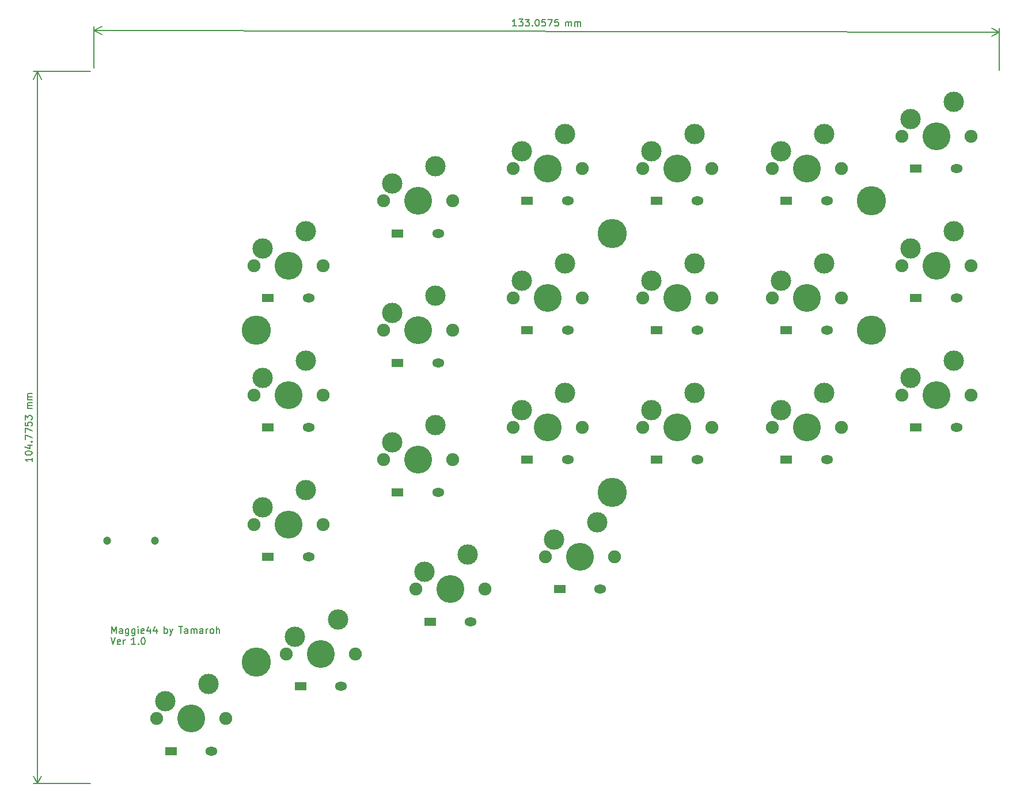
<source format=gts>
%TF.GenerationSoftware,KiCad,Pcbnew,(7.0.0)*%
%TF.CreationDate,2023-04-23T19:00:17+09:00*%
%TF.ProjectId,pcb_r,7063625f-722e-46b6-9963-61645f706362,rev?*%
%TF.SameCoordinates,Original*%
%TF.FileFunction,Soldermask,Top*%
%TF.FilePolarity,Negative*%
%FSLAX46Y46*%
G04 Gerber Fmt 4.6, Leading zero omitted, Abs format (unit mm)*
G04 Created by KiCad (PCBNEW (7.0.0)) date 2023-04-23 19:00:17*
%MOMM*%
%LPD*%
G01*
G04 APERTURE LIST*
%ADD10C,0.150000*%
%ADD11C,1.900000*%
%ADD12C,3.000000*%
%ADD13C,4.100000*%
%ADD14C,4.300000*%
%ADD15C,1.200000*%
%ADD16R,1.778000X1.300000*%
%ADD17O,1.778000X1.300000*%
G04 APERTURE END LIST*
D10*
X138520505Y-78261760D02*
X138520505Y-78833188D01*
X138520505Y-78547474D02*
X137520505Y-78547474D01*
X137520505Y-78547474D02*
X137663363Y-78642712D01*
X137663363Y-78642712D02*
X137758601Y-78737950D01*
X137758601Y-78737950D02*
X137806220Y-78833188D01*
X137520505Y-77642712D02*
X137520505Y-77547474D01*
X137520505Y-77547474D02*
X137568125Y-77452236D01*
X137568125Y-77452236D02*
X137615744Y-77404617D01*
X137615744Y-77404617D02*
X137710982Y-77356998D01*
X137710982Y-77356998D02*
X137901458Y-77309379D01*
X137901458Y-77309379D02*
X138139553Y-77309379D01*
X138139553Y-77309379D02*
X138330029Y-77356998D01*
X138330029Y-77356998D02*
X138425267Y-77404617D01*
X138425267Y-77404617D02*
X138472886Y-77452236D01*
X138472886Y-77452236D02*
X138520505Y-77547474D01*
X138520505Y-77547474D02*
X138520505Y-77642712D01*
X138520505Y-77642712D02*
X138472886Y-77737950D01*
X138472886Y-77737950D02*
X138425267Y-77785569D01*
X138425267Y-77785569D02*
X138330029Y-77833188D01*
X138330029Y-77833188D02*
X138139553Y-77880807D01*
X138139553Y-77880807D02*
X137901458Y-77880807D01*
X137901458Y-77880807D02*
X137710982Y-77833188D01*
X137710982Y-77833188D02*
X137615744Y-77785569D01*
X137615744Y-77785569D02*
X137568125Y-77737950D01*
X137568125Y-77737950D02*
X137520505Y-77642712D01*
X137853839Y-76452236D02*
X138520505Y-76452236D01*
X137472886Y-76690331D02*
X138187172Y-76928426D01*
X138187172Y-76928426D02*
X138187172Y-76309379D01*
X138425267Y-75928426D02*
X138472886Y-75880807D01*
X138472886Y-75880807D02*
X138520505Y-75928426D01*
X138520505Y-75928426D02*
X138472886Y-75976045D01*
X138472886Y-75976045D02*
X138425267Y-75928426D01*
X138425267Y-75928426D02*
X138520505Y-75928426D01*
X137520505Y-75547474D02*
X137520505Y-74880808D01*
X137520505Y-74880808D02*
X138520505Y-75309379D01*
X137520505Y-74595093D02*
X137520505Y-73928427D01*
X137520505Y-73928427D02*
X138520505Y-74356998D01*
X137520505Y-73071284D02*
X137520505Y-73547474D01*
X137520505Y-73547474D02*
X137996696Y-73595093D01*
X137996696Y-73595093D02*
X137949077Y-73547474D01*
X137949077Y-73547474D02*
X137901458Y-73452236D01*
X137901458Y-73452236D02*
X137901458Y-73214141D01*
X137901458Y-73214141D02*
X137949077Y-73118903D01*
X137949077Y-73118903D02*
X137996696Y-73071284D01*
X137996696Y-73071284D02*
X138091934Y-73023665D01*
X138091934Y-73023665D02*
X138330029Y-73023665D01*
X138330029Y-73023665D02*
X138425267Y-73071284D01*
X138425267Y-73071284D02*
X138472886Y-73118903D01*
X138472886Y-73118903D02*
X138520505Y-73214141D01*
X138520505Y-73214141D02*
X138520505Y-73452236D01*
X138520505Y-73452236D02*
X138472886Y-73547474D01*
X138472886Y-73547474D02*
X138425267Y-73595093D01*
X137520505Y-72690331D02*
X137520505Y-72071284D01*
X137520505Y-72071284D02*
X137901458Y-72404617D01*
X137901458Y-72404617D02*
X137901458Y-72261760D01*
X137901458Y-72261760D02*
X137949077Y-72166522D01*
X137949077Y-72166522D02*
X137996696Y-72118903D01*
X137996696Y-72118903D02*
X138091934Y-72071284D01*
X138091934Y-72071284D02*
X138330029Y-72071284D01*
X138330029Y-72071284D02*
X138425267Y-72118903D01*
X138425267Y-72118903D02*
X138472886Y-72166522D01*
X138472886Y-72166522D02*
X138520505Y-72261760D01*
X138520505Y-72261760D02*
X138520505Y-72547474D01*
X138520505Y-72547474D02*
X138472886Y-72642712D01*
X138472886Y-72642712D02*
X138425267Y-72690331D01*
X138520505Y-71042712D02*
X137853839Y-71042712D01*
X137949077Y-71042712D02*
X137901458Y-70995093D01*
X137901458Y-70995093D02*
X137853839Y-70899855D01*
X137853839Y-70899855D02*
X137853839Y-70756998D01*
X137853839Y-70756998D02*
X137901458Y-70661760D01*
X137901458Y-70661760D02*
X137996696Y-70614141D01*
X137996696Y-70614141D02*
X138520505Y-70614141D01*
X137996696Y-70614141D02*
X137901458Y-70566522D01*
X137901458Y-70566522D02*
X137853839Y-70471284D01*
X137853839Y-70471284D02*
X137853839Y-70328427D01*
X137853839Y-70328427D02*
X137901458Y-70233188D01*
X137901458Y-70233188D02*
X137996696Y-70185569D01*
X137996696Y-70185569D02*
X138520505Y-70185569D01*
X138520505Y-69709379D02*
X137853839Y-69709379D01*
X137949077Y-69709379D02*
X137901458Y-69661760D01*
X137901458Y-69661760D02*
X137853839Y-69566522D01*
X137853839Y-69566522D02*
X137853839Y-69423665D01*
X137853839Y-69423665D02*
X137901458Y-69328427D01*
X137901458Y-69328427D02*
X137996696Y-69280808D01*
X137996696Y-69280808D02*
X138520505Y-69280808D01*
X137996696Y-69280808D02*
X137901458Y-69233189D01*
X137901458Y-69233189D02*
X137853839Y-69137951D01*
X137853839Y-69137951D02*
X137853839Y-68995094D01*
X137853839Y-68995094D02*
X137901458Y-68899855D01*
X137901458Y-68899855D02*
X137996696Y-68852236D01*
X137996696Y-68852236D02*
X138520505Y-68852236D01*
X147138043Y-21431250D02*
X138716705Y-21431250D01*
X147138043Y-126206557D02*
X138716705Y-126206557D01*
X139303125Y-21431250D02*
X139303125Y-126206557D01*
X139303125Y-21431250D02*
X139303125Y-126206557D01*
X139303125Y-21431250D02*
X139889546Y-22557754D01*
X139303125Y-21431250D02*
X138716704Y-22557754D01*
X139303125Y-126206557D02*
X138716704Y-125080053D01*
X139303125Y-126206557D02*
X139889546Y-125080053D01*
X209738818Y-14737081D02*
X209167391Y-14735824D01*
X209453105Y-14736453D02*
X209455306Y-13736455D01*
X209455306Y-13736455D02*
X209359754Y-13879102D01*
X209359754Y-13879102D02*
X209264306Y-13974130D01*
X209264306Y-13974130D02*
X209168963Y-14021540D01*
X210074352Y-13737818D02*
X210693398Y-13739180D01*
X210693398Y-13739180D02*
X210359227Y-14119398D01*
X210359227Y-14119398D02*
X210502084Y-14119712D01*
X210502084Y-14119712D02*
X210597217Y-14167541D01*
X210597217Y-14167541D02*
X210644731Y-14215265D01*
X210644731Y-14215265D02*
X210692140Y-14310607D01*
X210692140Y-14310607D02*
X210691616Y-14548702D01*
X210691616Y-14548702D02*
X210643788Y-14643835D01*
X210643788Y-14643835D02*
X210596064Y-14691349D01*
X210596064Y-14691349D02*
X210500721Y-14738758D01*
X210500721Y-14738758D02*
X210215008Y-14738130D01*
X210215008Y-14738130D02*
X210119875Y-14690301D01*
X210119875Y-14690301D02*
X210072361Y-14642577D01*
X211026731Y-13739914D02*
X211645777Y-13741276D01*
X211645777Y-13741276D02*
X211311606Y-14121494D01*
X211311606Y-14121494D02*
X211454463Y-14121809D01*
X211454463Y-14121809D02*
X211549596Y-14169637D01*
X211549596Y-14169637D02*
X211597110Y-14217361D01*
X211597110Y-14217361D02*
X211644519Y-14312704D01*
X211644519Y-14312704D02*
X211643995Y-14550798D01*
X211643995Y-14550798D02*
X211596166Y-14645931D01*
X211596166Y-14645931D02*
X211548443Y-14693445D01*
X211548443Y-14693445D02*
X211453100Y-14740855D01*
X211453100Y-14740855D02*
X211167386Y-14740226D01*
X211167386Y-14740226D02*
X211072253Y-14692397D01*
X211072253Y-14692397D02*
X211024739Y-14644674D01*
X212072356Y-14646979D02*
X212119870Y-14694703D01*
X212119870Y-14694703D02*
X212072146Y-14742217D01*
X212072146Y-14742217D02*
X212024632Y-14694494D01*
X212024632Y-14694494D02*
X212072356Y-14646979D01*
X212072356Y-14646979D02*
X212072146Y-14742217D01*
X212741012Y-13743687D02*
X212836250Y-13743897D01*
X212836250Y-13743897D02*
X212931383Y-13791725D01*
X212931383Y-13791725D02*
X212978897Y-13839449D01*
X212978897Y-13839449D02*
X213026306Y-13934792D01*
X213026306Y-13934792D02*
X213073506Y-14125372D01*
X213073506Y-14125372D02*
X213072982Y-14363467D01*
X213072982Y-14363467D02*
X213024944Y-14553838D01*
X213024944Y-14553838D02*
X212977115Y-14648971D01*
X212977115Y-14648971D02*
X212929391Y-14696485D01*
X212929391Y-14696485D02*
X212834049Y-14743894D01*
X212834049Y-14743894D02*
X212738811Y-14743685D01*
X212738811Y-14743685D02*
X212643678Y-14695856D01*
X212643678Y-14695856D02*
X212596164Y-14648132D01*
X212596164Y-14648132D02*
X212548754Y-14552790D01*
X212548754Y-14552790D02*
X212501555Y-14362209D01*
X212501555Y-14362209D02*
X212502079Y-14124115D01*
X212502079Y-14124115D02*
X212550117Y-13933744D01*
X212550117Y-13933744D02*
X212597945Y-13838611D01*
X212597945Y-13838611D02*
X212645669Y-13791096D01*
X212645669Y-13791096D02*
X212741012Y-13743687D01*
X213979104Y-13746412D02*
X213502915Y-13745364D01*
X213502915Y-13745364D02*
X213454248Y-14221449D01*
X213454248Y-14221449D02*
X213501972Y-14173935D01*
X213501972Y-14173935D02*
X213597314Y-14126525D01*
X213597314Y-14126525D02*
X213835409Y-14127049D01*
X213835409Y-14127049D02*
X213930542Y-14174878D01*
X213930542Y-14174878D02*
X213978056Y-14222602D01*
X213978056Y-14222602D02*
X214025465Y-14317944D01*
X214025465Y-14317944D02*
X214024941Y-14556039D01*
X214024941Y-14556039D02*
X213977113Y-14651172D01*
X213977113Y-14651172D02*
X213929389Y-14698686D01*
X213929389Y-14698686D02*
X213834046Y-14746095D01*
X213834046Y-14746095D02*
X213595952Y-14745571D01*
X213595952Y-14745571D02*
X213500819Y-14697743D01*
X213500819Y-14697743D02*
X213453304Y-14650019D01*
X214360056Y-13747251D02*
X215026721Y-13748718D01*
X215026721Y-13748718D02*
X214595949Y-14747772D01*
X215883862Y-13750605D02*
X215407672Y-13749557D01*
X215407672Y-13749557D02*
X215359005Y-14225641D01*
X215359005Y-14225641D02*
X215406729Y-14178127D01*
X215406729Y-14178127D02*
X215502072Y-14130718D01*
X215502072Y-14130718D02*
X215740166Y-14131242D01*
X215740166Y-14131242D02*
X215835299Y-14179070D01*
X215835299Y-14179070D02*
X215882813Y-14226794D01*
X215882813Y-14226794D02*
X215930223Y-14322137D01*
X215930223Y-14322137D02*
X215929699Y-14560231D01*
X215929699Y-14560231D02*
X215881870Y-14655365D01*
X215881870Y-14655365D02*
X215834146Y-14702879D01*
X215834146Y-14702879D02*
X215738804Y-14750288D01*
X215738804Y-14750288D02*
X215500709Y-14749764D01*
X215500709Y-14749764D02*
X215405576Y-14701935D01*
X215405576Y-14701935D02*
X215358062Y-14654212D01*
X216957848Y-14752971D02*
X216959316Y-14086306D01*
X216959106Y-14181544D02*
X217006830Y-14134030D01*
X217006830Y-14134030D02*
X217102173Y-14086621D01*
X217102173Y-14086621D02*
X217245029Y-14086935D01*
X217245029Y-14086935D02*
X217340162Y-14134764D01*
X217340162Y-14134764D02*
X217387572Y-14230106D01*
X217387572Y-14230106D02*
X217386419Y-14753914D01*
X217387572Y-14230106D02*
X217435400Y-14134973D01*
X217435400Y-14134973D02*
X217530743Y-14087564D01*
X217530743Y-14087564D02*
X217673600Y-14087878D01*
X217673600Y-14087878D02*
X217768733Y-14135707D01*
X217768733Y-14135707D02*
X217816142Y-14231050D01*
X217816142Y-14231050D02*
X217814989Y-14754858D01*
X218291178Y-14755906D02*
X218292646Y-14089241D01*
X218292436Y-14184479D02*
X218340160Y-14136965D01*
X218340160Y-14136965D02*
X218435502Y-14089555D01*
X218435502Y-14089555D02*
X218578359Y-14089870D01*
X218578359Y-14089870D02*
X218673492Y-14137698D01*
X218673492Y-14137698D02*
X218720901Y-14233041D01*
X218720901Y-14233041D02*
X218719749Y-14756849D01*
X218720901Y-14233041D02*
X218768730Y-14137908D01*
X218768730Y-14137908D02*
X218864073Y-14090499D01*
X218864073Y-14090499D02*
X219006930Y-14090813D01*
X219006930Y-14090813D02*
X219102063Y-14138642D01*
X219102063Y-14138642D02*
X219149472Y-14233984D01*
X219149472Y-14233984D02*
X219148319Y-14757793D01*
X147639144Y-20931251D02*
X147652647Y-14796624D01*
X280696316Y-21224121D02*
X280709819Y-15089494D01*
X147651356Y-15383043D02*
X280708528Y-15675913D01*
X147651356Y-15383043D02*
X280708528Y-15675913D01*
X147651356Y-15383043D02*
X148779148Y-14799103D01*
X147651356Y-15383043D02*
X148776566Y-15971942D01*
X280708528Y-15675913D02*
X279580736Y-16259853D01*
X280708528Y-15675913D02*
X279583318Y-15087014D01*
X150256845Y-104128005D02*
X150256845Y-103128005D01*
X150256845Y-103128005D02*
X150590178Y-103842291D01*
X150590178Y-103842291D02*
X150923511Y-103128005D01*
X150923511Y-103128005D02*
X150923511Y-104128005D01*
X151828273Y-104128005D02*
X151828273Y-103604196D01*
X151828273Y-103604196D02*
X151780654Y-103508958D01*
X151780654Y-103508958D02*
X151685416Y-103461339D01*
X151685416Y-103461339D02*
X151494940Y-103461339D01*
X151494940Y-103461339D02*
X151399702Y-103508958D01*
X151828273Y-104080386D02*
X151733035Y-104128005D01*
X151733035Y-104128005D02*
X151494940Y-104128005D01*
X151494940Y-104128005D02*
X151399702Y-104080386D01*
X151399702Y-104080386D02*
X151352083Y-103985148D01*
X151352083Y-103985148D02*
X151352083Y-103889910D01*
X151352083Y-103889910D02*
X151399702Y-103794672D01*
X151399702Y-103794672D02*
X151494940Y-103747053D01*
X151494940Y-103747053D02*
X151733035Y-103747053D01*
X151733035Y-103747053D02*
X151828273Y-103699434D01*
X152733035Y-103461339D02*
X152733035Y-104270863D01*
X152733035Y-104270863D02*
X152685416Y-104366101D01*
X152685416Y-104366101D02*
X152637797Y-104413720D01*
X152637797Y-104413720D02*
X152542559Y-104461339D01*
X152542559Y-104461339D02*
X152399702Y-104461339D01*
X152399702Y-104461339D02*
X152304464Y-104413720D01*
X152733035Y-104080386D02*
X152637797Y-104128005D01*
X152637797Y-104128005D02*
X152447321Y-104128005D01*
X152447321Y-104128005D02*
X152352083Y-104080386D01*
X152352083Y-104080386D02*
X152304464Y-104032767D01*
X152304464Y-104032767D02*
X152256845Y-103937529D01*
X152256845Y-103937529D02*
X152256845Y-103651815D01*
X152256845Y-103651815D02*
X152304464Y-103556577D01*
X152304464Y-103556577D02*
X152352083Y-103508958D01*
X152352083Y-103508958D02*
X152447321Y-103461339D01*
X152447321Y-103461339D02*
X152637797Y-103461339D01*
X152637797Y-103461339D02*
X152733035Y-103508958D01*
X153637797Y-103461339D02*
X153637797Y-104270863D01*
X153637797Y-104270863D02*
X153590178Y-104366101D01*
X153590178Y-104366101D02*
X153542559Y-104413720D01*
X153542559Y-104413720D02*
X153447321Y-104461339D01*
X153447321Y-104461339D02*
X153304464Y-104461339D01*
X153304464Y-104461339D02*
X153209226Y-104413720D01*
X153637797Y-104080386D02*
X153542559Y-104128005D01*
X153542559Y-104128005D02*
X153352083Y-104128005D01*
X153352083Y-104128005D02*
X153256845Y-104080386D01*
X153256845Y-104080386D02*
X153209226Y-104032767D01*
X153209226Y-104032767D02*
X153161607Y-103937529D01*
X153161607Y-103937529D02*
X153161607Y-103651815D01*
X153161607Y-103651815D02*
X153209226Y-103556577D01*
X153209226Y-103556577D02*
X153256845Y-103508958D01*
X153256845Y-103508958D02*
X153352083Y-103461339D01*
X153352083Y-103461339D02*
X153542559Y-103461339D01*
X153542559Y-103461339D02*
X153637797Y-103508958D01*
X154113988Y-104128005D02*
X154113988Y-103461339D01*
X154113988Y-103128005D02*
X154066369Y-103175625D01*
X154066369Y-103175625D02*
X154113988Y-103223244D01*
X154113988Y-103223244D02*
X154161607Y-103175625D01*
X154161607Y-103175625D02*
X154113988Y-103128005D01*
X154113988Y-103128005D02*
X154113988Y-103223244D01*
X154971130Y-104080386D02*
X154875892Y-104128005D01*
X154875892Y-104128005D02*
X154685416Y-104128005D01*
X154685416Y-104128005D02*
X154590178Y-104080386D01*
X154590178Y-104080386D02*
X154542559Y-103985148D01*
X154542559Y-103985148D02*
X154542559Y-103604196D01*
X154542559Y-103604196D02*
X154590178Y-103508958D01*
X154590178Y-103508958D02*
X154685416Y-103461339D01*
X154685416Y-103461339D02*
X154875892Y-103461339D01*
X154875892Y-103461339D02*
X154971130Y-103508958D01*
X154971130Y-103508958D02*
X155018749Y-103604196D01*
X155018749Y-103604196D02*
X155018749Y-103699434D01*
X155018749Y-103699434D02*
X154542559Y-103794672D01*
X155875892Y-103461339D02*
X155875892Y-104128005D01*
X155637797Y-103080386D02*
X155399702Y-103794672D01*
X155399702Y-103794672D02*
X156018749Y-103794672D01*
X156828273Y-103461339D02*
X156828273Y-104128005D01*
X156590178Y-103080386D02*
X156352083Y-103794672D01*
X156352083Y-103794672D02*
X156971130Y-103794672D01*
X157952083Y-104128005D02*
X157952083Y-103128005D01*
X157952083Y-103508958D02*
X158047321Y-103461339D01*
X158047321Y-103461339D02*
X158237797Y-103461339D01*
X158237797Y-103461339D02*
X158333035Y-103508958D01*
X158333035Y-103508958D02*
X158380654Y-103556577D01*
X158380654Y-103556577D02*
X158428273Y-103651815D01*
X158428273Y-103651815D02*
X158428273Y-103937529D01*
X158428273Y-103937529D02*
X158380654Y-104032767D01*
X158380654Y-104032767D02*
X158333035Y-104080386D01*
X158333035Y-104080386D02*
X158237797Y-104128005D01*
X158237797Y-104128005D02*
X158047321Y-104128005D01*
X158047321Y-104128005D02*
X157952083Y-104080386D01*
X158761607Y-103461339D02*
X158999702Y-104128005D01*
X159237797Y-103461339D02*
X158999702Y-104128005D01*
X158999702Y-104128005D02*
X158904464Y-104366101D01*
X158904464Y-104366101D02*
X158856845Y-104413720D01*
X158856845Y-104413720D02*
X158761607Y-104461339D01*
X160075893Y-103128005D02*
X160647321Y-103128005D01*
X160361607Y-104128005D02*
X160361607Y-103128005D01*
X161409226Y-104128005D02*
X161409226Y-103604196D01*
X161409226Y-103604196D02*
X161361607Y-103508958D01*
X161361607Y-103508958D02*
X161266369Y-103461339D01*
X161266369Y-103461339D02*
X161075893Y-103461339D01*
X161075893Y-103461339D02*
X160980655Y-103508958D01*
X161409226Y-104080386D02*
X161313988Y-104128005D01*
X161313988Y-104128005D02*
X161075893Y-104128005D01*
X161075893Y-104128005D02*
X160980655Y-104080386D01*
X160980655Y-104080386D02*
X160933036Y-103985148D01*
X160933036Y-103985148D02*
X160933036Y-103889910D01*
X160933036Y-103889910D02*
X160980655Y-103794672D01*
X160980655Y-103794672D02*
X161075893Y-103747053D01*
X161075893Y-103747053D02*
X161313988Y-103747053D01*
X161313988Y-103747053D02*
X161409226Y-103699434D01*
X161885417Y-104128005D02*
X161885417Y-103461339D01*
X161885417Y-103556577D02*
X161933036Y-103508958D01*
X161933036Y-103508958D02*
X162028274Y-103461339D01*
X162028274Y-103461339D02*
X162171131Y-103461339D01*
X162171131Y-103461339D02*
X162266369Y-103508958D01*
X162266369Y-103508958D02*
X162313988Y-103604196D01*
X162313988Y-103604196D02*
X162313988Y-104128005D01*
X162313988Y-103604196D02*
X162361607Y-103508958D01*
X162361607Y-103508958D02*
X162456845Y-103461339D01*
X162456845Y-103461339D02*
X162599702Y-103461339D01*
X162599702Y-103461339D02*
X162694941Y-103508958D01*
X162694941Y-103508958D02*
X162742560Y-103604196D01*
X162742560Y-103604196D02*
X162742560Y-104128005D01*
X163647321Y-104128005D02*
X163647321Y-103604196D01*
X163647321Y-103604196D02*
X163599702Y-103508958D01*
X163599702Y-103508958D02*
X163504464Y-103461339D01*
X163504464Y-103461339D02*
X163313988Y-103461339D01*
X163313988Y-103461339D02*
X163218750Y-103508958D01*
X163647321Y-104080386D02*
X163552083Y-104128005D01*
X163552083Y-104128005D02*
X163313988Y-104128005D01*
X163313988Y-104128005D02*
X163218750Y-104080386D01*
X163218750Y-104080386D02*
X163171131Y-103985148D01*
X163171131Y-103985148D02*
X163171131Y-103889910D01*
X163171131Y-103889910D02*
X163218750Y-103794672D01*
X163218750Y-103794672D02*
X163313988Y-103747053D01*
X163313988Y-103747053D02*
X163552083Y-103747053D01*
X163552083Y-103747053D02*
X163647321Y-103699434D01*
X164123512Y-104128005D02*
X164123512Y-103461339D01*
X164123512Y-103651815D02*
X164171131Y-103556577D01*
X164171131Y-103556577D02*
X164218750Y-103508958D01*
X164218750Y-103508958D02*
X164313988Y-103461339D01*
X164313988Y-103461339D02*
X164409226Y-103461339D01*
X164885417Y-104128005D02*
X164790179Y-104080386D01*
X164790179Y-104080386D02*
X164742560Y-104032767D01*
X164742560Y-104032767D02*
X164694941Y-103937529D01*
X164694941Y-103937529D02*
X164694941Y-103651815D01*
X164694941Y-103651815D02*
X164742560Y-103556577D01*
X164742560Y-103556577D02*
X164790179Y-103508958D01*
X164790179Y-103508958D02*
X164885417Y-103461339D01*
X164885417Y-103461339D02*
X165028274Y-103461339D01*
X165028274Y-103461339D02*
X165123512Y-103508958D01*
X165123512Y-103508958D02*
X165171131Y-103556577D01*
X165171131Y-103556577D02*
X165218750Y-103651815D01*
X165218750Y-103651815D02*
X165218750Y-103937529D01*
X165218750Y-103937529D02*
X165171131Y-104032767D01*
X165171131Y-104032767D02*
X165123512Y-104080386D01*
X165123512Y-104080386D02*
X165028274Y-104128005D01*
X165028274Y-104128005D02*
X164885417Y-104128005D01*
X165647322Y-104128005D02*
X165647322Y-103128005D01*
X166075893Y-104128005D02*
X166075893Y-103604196D01*
X166075893Y-103604196D02*
X166028274Y-103508958D01*
X166028274Y-103508958D02*
X165933036Y-103461339D01*
X165933036Y-103461339D02*
X165790179Y-103461339D01*
X165790179Y-103461339D02*
X165694941Y-103508958D01*
X165694941Y-103508958D02*
X165647322Y-103556577D01*
X150113988Y-104748005D02*
X150447321Y-105748005D01*
X150447321Y-105748005D02*
X150780654Y-104748005D01*
X151494940Y-105700386D02*
X151399702Y-105748005D01*
X151399702Y-105748005D02*
X151209226Y-105748005D01*
X151209226Y-105748005D02*
X151113988Y-105700386D01*
X151113988Y-105700386D02*
X151066369Y-105605148D01*
X151066369Y-105605148D02*
X151066369Y-105224196D01*
X151066369Y-105224196D02*
X151113988Y-105128958D01*
X151113988Y-105128958D02*
X151209226Y-105081339D01*
X151209226Y-105081339D02*
X151399702Y-105081339D01*
X151399702Y-105081339D02*
X151494940Y-105128958D01*
X151494940Y-105128958D02*
X151542559Y-105224196D01*
X151542559Y-105224196D02*
X151542559Y-105319434D01*
X151542559Y-105319434D02*
X151066369Y-105414672D01*
X151971131Y-105748005D02*
X151971131Y-105081339D01*
X151971131Y-105271815D02*
X152018750Y-105176577D01*
X152018750Y-105176577D02*
X152066369Y-105128958D01*
X152066369Y-105128958D02*
X152161607Y-105081339D01*
X152161607Y-105081339D02*
X152256845Y-105081339D01*
X153713988Y-105748005D02*
X153142560Y-105748005D01*
X153428274Y-105748005D02*
X153428274Y-104748005D01*
X153428274Y-104748005D02*
X153333036Y-104890863D01*
X153333036Y-104890863D02*
X153237798Y-104986101D01*
X153237798Y-104986101D02*
X153142560Y-105033720D01*
X154142560Y-105652767D02*
X154190179Y-105700386D01*
X154190179Y-105700386D02*
X154142560Y-105748005D01*
X154142560Y-105748005D02*
X154094941Y-105700386D01*
X154094941Y-105700386D02*
X154142560Y-105652767D01*
X154142560Y-105652767D02*
X154142560Y-105748005D01*
X154809226Y-104748005D02*
X154904464Y-104748005D01*
X154904464Y-104748005D02*
X154999702Y-104795625D01*
X154999702Y-104795625D02*
X155047321Y-104843244D01*
X155047321Y-104843244D02*
X155094940Y-104938482D01*
X155094940Y-104938482D02*
X155142559Y-105128958D01*
X155142559Y-105128958D02*
X155142559Y-105367053D01*
X155142559Y-105367053D02*
X155094940Y-105557529D01*
X155094940Y-105557529D02*
X155047321Y-105652767D01*
X155047321Y-105652767D02*
X154999702Y-105700386D01*
X154999702Y-105700386D02*
X154904464Y-105748005D01*
X154904464Y-105748005D02*
X154809226Y-105748005D01*
X154809226Y-105748005D02*
X154713988Y-105700386D01*
X154713988Y-105700386D02*
X154666369Y-105652767D01*
X154666369Y-105652767D02*
X154618750Y-105557529D01*
X154618750Y-105557529D02*
X154571131Y-105367053D01*
X154571131Y-105367053D02*
X154571131Y-105128958D01*
X154571131Y-105128958D02*
X154618750Y-104938482D01*
X154618750Y-104938482D02*
X154666369Y-104843244D01*
X154666369Y-104843244D02*
X154713988Y-104795625D01*
X154713988Y-104795625D02*
X154809226Y-104748005D01*
D11*
%TO.C,SW28*%
X266382500Y-30956250D03*
D12*
X267652500Y-28416250D03*
D13*
X271462500Y-30956250D03*
D12*
X274002500Y-25876250D03*
D11*
X276542500Y-30956250D03*
%TD*%
%TO.C,SW30*%
X190182500Y-59531250D03*
D12*
X191452500Y-56991250D03*
D13*
X195262500Y-59531250D03*
D12*
X197802500Y-54451250D03*
D11*
X200342500Y-59531250D03*
%TD*%
D14*
%TO.C,Ref\u002A\u002A*%
X171450000Y-59531250D03*
%TD*%
D11*
%TO.C,SW40*%
X266382500Y-69056250D03*
D12*
X267652500Y-66516250D03*
D13*
X271462500Y-69056250D03*
D12*
X274002500Y-63976250D03*
D11*
X276542500Y-69056250D03*
%TD*%
%TO.C,SW43*%
X194945000Y-97631250D03*
D12*
X196215000Y-95091250D03*
D13*
X200025000Y-97631250D03*
D12*
X202565000Y-92551250D03*
D11*
X205105000Y-97631250D03*
%TD*%
%TO.C,SW44*%
X213995000Y-92868750D03*
D12*
X215265000Y-90328750D03*
D13*
X219075000Y-92868750D03*
D12*
X221615000Y-87788750D03*
D11*
X224155000Y-92868750D03*
%TD*%
%TO.C,SW39*%
X247332500Y-73818750D03*
D12*
X248602500Y-71278750D03*
D13*
X252412500Y-73818750D03*
D12*
X254952500Y-68738750D03*
D11*
X257492500Y-73818750D03*
%TD*%
%TO.C,SW41*%
X156845000Y-116681250D03*
D12*
X158115000Y-114141250D03*
D13*
X161925000Y-116681250D03*
D12*
X164465000Y-111601250D03*
D11*
X167005000Y-116681250D03*
%TD*%
D14*
%TO.C,Ref\u002A\u002A*%
X261937500Y-59531250D03*
%TD*%
D11*
%TO.C,SW23*%
X171132500Y-50006250D03*
D12*
X172402500Y-47466250D03*
D13*
X176212500Y-50006250D03*
D12*
X178752500Y-44926250D03*
D11*
X181292500Y-50006250D03*
%TD*%
%TO.C,SW25*%
X209232500Y-35718750D03*
D12*
X210502500Y-33178750D03*
D13*
X214312500Y-35718750D03*
D12*
X216852500Y-30638750D03*
D11*
X219392500Y-35718750D03*
%TD*%
%TO.C,SW36*%
X190182500Y-78581250D03*
D12*
X191452500Y-76041250D03*
D13*
X195262500Y-78581250D03*
D12*
X197802500Y-73501250D03*
D11*
X200342500Y-78581250D03*
%TD*%
%TO.C,SW32*%
X228282500Y-54768750D03*
D12*
X229552500Y-52228750D03*
D13*
X233362500Y-54768750D03*
D12*
X235902500Y-49688750D03*
D11*
X238442500Y-54768750D03*
%TD*%
%TO.C,SW38*%
X228282500Y-73818750D03*
D12*
X229552500Y-71278750D03*
D13*
X233362500Y-73818750D03*
D12*
X235902500Y-68738750D03*
D11*
X238442500Y-73818750D03*
%TD*%
%TO.C,SW27*%
X247332500Y-35718750D03*
D12*
X248602500Y-33178750D03*
D13*
X252412500Y-35718750D03*
D12*
X254952500Y-30638750D03*
D11*
X257492500Y-35718750D03*
%TD*%
%TO.C,SW42*%
X175895000Y-107156250D03*
D12*
X177165000Y-104616250D03*
D13*
X180975000Y-107156250D03*
D12*
X183515000Y-102076250D03*
D11*
X186055000Y-107156250D03*
%TD*%
%TO.C,SW33*%
X247332500Y-54768750D03*
D12*
X248602500Y-52228750D03*
D13*
X252412500Y-54768750D03*
D12*
X254952500Y-49688750D03*
D11*
X257492500Y-54768750D03*
%TD*%
D15*
%TO.C,J1*%
X149575000Y-90487500D03*
X156575000Y-90487500D03*
%TD*%
D14*
%TO.C,Ref\u002A\u002A*%
X223837500Y-45243750D03*
%TD*%
D11*
%TO.C,SW31*%
X209232500Y-54768750D03*
D12*
X210502500Y-52228750D03*
D13*
X214312500Y-54768750D03*
D12*
X216852500Y-49688750D03*
D11*
X219392500Y-54768750D03*
%TD*%
D14*
%TO.C,Ref\u002A\u002A*%
X261937500Y-40481250D03*
%TD*%
D11*
%TO.C,SW34*%
X266382500Y-50006250D03*
D12*
X267652500Y-47466250D03*
D13*
X271462500Y-50006250D03*
D12*
X274002500Y-44926250D03*
D11*
X276542500Y-50006250D03*
%TD*%
%TO.C,SW26*%
X228282500Y-35718750D03*
D12*
X229552500Y-33178750D03*
D13*
X233362500Y-35718750D03*
D12*
X235902500Y-30638750D03*
D11*
X238442500Y-35718750D03*
%TD*%
%TO.C,SW35*%
X171132500Y-88106250D03*
D12*
X172402500Y-85566250D03*
D13*
X176212500Y-88106250D03*
D12*
X178752500Y-83026250D03*
D11*
X181292500Y-88106250D03*
%TD*%
%TO.C,SW37*%
X209232500Y-73818750D03*
D12*
X210502500Y-71278750D03*
D13*
X214312500Y-73818750D03*
D12*
X216852500Y-68738750D03*
D11*
X219392500Y-73818750D03*
%TD*%
%TO.C,SW29*%
X171132500Y-69056250D03*
D12*
X172402500Y-66516250D03*
D13*
X176212500Y-69056250D03*
D12*
X178752500Y-63976250D03*
D11*
X181292500Y-69056250D03*
%TD*%
D14*
%TO.C,Ref\u002A\u002A*%
X171450000Y-108346875D03*
%TD*%
D11*
%TO.C,SW24*%
X190182500Y-40481250D03*
D12*
X191452500Y-37941250D03*
D13*
X195262500Y-40481250D03*
D12*
X197802500Y-35401250D03*
D11*
X200342500Y-40481250D03*
%TD*%
D14*
%TO.C,Ref\u002A\u002A*%
X223837500Y-83343750D03*
%TD*%
D16*
%TO.C,D29*%
X173212499Y-73818749D03*
D17*
X179212499Y-73818749D03*
%TD*%
D16*
%TO.C,D31*%
X211312499Y-59531249D03*
D17*
X217312499Y-59531249D03*
%TD*%
D16*
%TO.C,D26*%
X230362499Y-40481249D03*
D17*
X236362499Y-40481249D03*
%TD*%
D16*
%TO.C,D40*%
X268462499Y-73818749D03*
D17*
X274462499Y-73818749D03*
%TD*%
D16*
%TO.C,D25*%
X211312499Y-40481249D03*
D17*
X217312499Y-40481249D03*
%TD*%
D16*
%TO.C,D37*%
X211312499Y-78581249D03*
D17*
X217312499Y-78581249D03*
%TD*%
D16*
%TO.C,D38*%
X230362499Y-78581249D03*
D17*
X236362499Y-78581249D03*
%TD*%
D16*
%TO.C,D41*%
X158924999Y-121443749D03*
D17*
X164924999Y-121443749D03*
%TD*%
D16*
%TO.C,D36*%
X192262499Y-83343749D03*
D17*
X198262499Y-83343749D03*
%TD*%
D16*
%TO.C,D34*%
X268462499Y-54768749D03*
D17*
X274462499Y-54768749D03*
%TD*%
D16*
%TO.C,D39*%
X249412499Y-78581249D03*
D17*
X255412499Y-78581249D03*
%TD*%
D16*
%TO.C,D35*%
X173212499Y-92868749D03*
D17*
X179212499Y-92868749D03*
%TD*%
D16*
%TO.C,D28*%
X268462499Y-35718749D03*
D17*
X274462499Y-35718749D03*
%TD*%
D16*
%TO.C,D24*%
X192262499Y-45243749D03*
D17*
X198262499Y-45243749D03*
%TD*%
D16*
%TO.C,D42*%
X177974999Y-111918749D03*
D17*
X183974999Y-111918749D03*
%TD*%
D16*
%TO.C,D32*%
X230362499Y-59531249D03*
D17*
X236362499Y-59531249D03*
%TD*%
D16*
%TO.C,D33*%
X249412499Y-59531249D03*
D17*
X255412499Y-59531249D03*
%TD*%
D16*
%TO.C,D27*%
X249412499Y-40481249D03*
D17*
X255412499Y-40481249D03*
%TD*%
D16*
%TO.C,D30*%
X192262499Y-64293749D03*
D17*
X198262499Y-64293749D03*
%TD*%
D16*
%TO.C,D43*%
X197024999Y-102393749D03*
D17*
X203024999Y-102393749D03*
%TD*%
D16*
%TO.C,D23*%
X173212499Y-54768749D03*
D17*
X179212499Y-54768749D03*
%TD*%
D16*
%TO.C,D44*%
X216074999Y-97631249D03*
D17*
X222074999Y-97631249D03*
%TD*%
M02*

</source>
